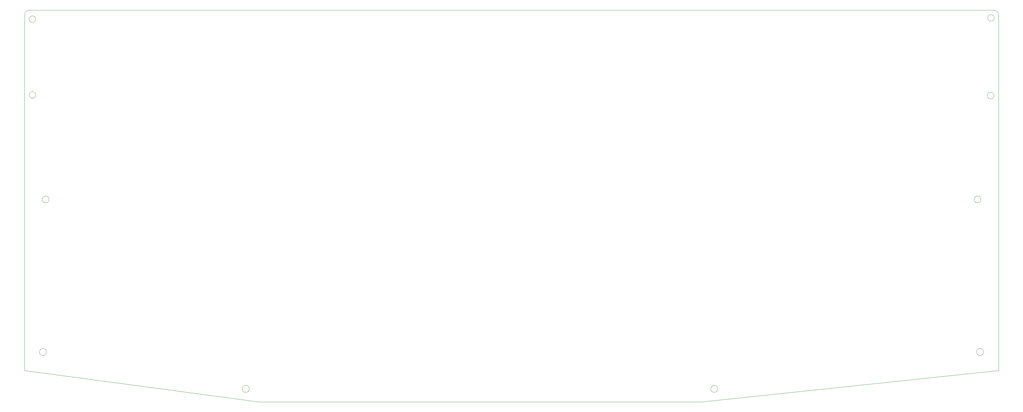
<source format=gbr>
%TF.GenerationSoftware,KiCad,Pcbnew,(5.1.5)-3*%
%TF.CreationDate,2021-02-02T22:21:14-08:00*%
%TF.ProjectId,bottomplate,626f7474-6f6d-4706-9c61-74652e6b6963,rev?*%
%TF.SameCoordinates,Original*%
%TF.FileFunction,Profile,NP*%
%FSLAX46Y46*%
G04 Gerber Fmt 4.6, Leading zero omitted, Abs format (unit mm)*
G04 Created by KiCad (PCBNEW (5.1.5)-3) date 2021-02-02 22:21:14*
%MOMM*%
%LPD*%
G04 APERTURE LIST*
%TA.AperFunction,Profile*%
%ADD10C,0.100000*%
%TD*%
G04 APERTURE END LIST*
D10*
X20107156Y-154781250D02*
G75*
G03X20107156Y-154781250I-1057156J0D01*
G01*
X81237792Y-165893750D02*
G75*
G03X81237792Y-165893750I-1069042J0D01*
G01*
X222494221Y-165893750D02*
G75*
G03X222494221Y-165893750I-1037971J0D01*
G01*
X20893917Y-108743750D02*
G75*
G03X20893917Y-108743750I-1050167J0D01*
G01*
X302681712Y-154781250D02*
G75*
G03X302681712Y-154781250I-1056712J0D01*
G01*
X301851915Y-108743750D02*
G75*
G03X301851915Y-108743750I-1020665J0D01*
G01*
X84137500Y-169862500D02*
X217487500Y-169862500D01*
X305800000Y-77425000D02*
G75*
G03X305800000Y-77425000I-1000000J0D01*
G01*
X13493750Y-53181250D02*
G75*
G02X15081250Y-51593750I1587500J0D01*
G01*
X307181250Y-53181250D02*
X307181250Y-80168750D01*
X305893750Y-53975000D02*
G75*
G03X305893750Y-53975000I-1000000J0D01*
G01*
X13493750Y-80962500D02*
X13493750Y-53181250D01*
X15081250Y-51593750D02*
X305593750Y-51593750D01*
X217487500Y-169862500D02*
X307181250Y-160337500D01*
X305593750Y-51593750D02*
G75*
G02X307181250Y-53181250I0J-1587500D01*
G01*
X16875000Y-54375000D02*
G75*
G03X16875000Y-54375000I-1000000J0D01*
G01*
X13493750Y-80168750D02*
X13493750Y-160337500D01*
X13493750Y-160337500D02*
X84137500Y-169862500D01*
X307181250Y-80168750D02*
X307181250Y-160337500D01*
X16875000Y-77225000D02*
G75*
G03X16875000Y-77225000I-1000000J0D01*
G01*
M02*

</source>
